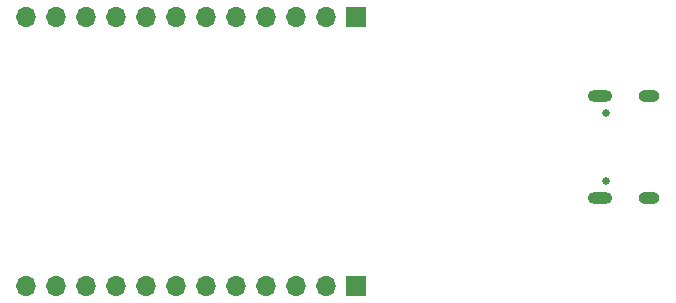
<source format=gbr>
%TF.GenerationSoftware,KiCad,Pcbnew,8.0.1*%
%TF.CreationDate,2024-04-08T01:45:07-04:00*%
%TF.ProjectId,NerdNOS,4e657264-4e4f-4532-9e6b-696361645f70,rev?*%
%TF.SameCoordinates,Original*%
%TF.FileFunction,Soldermask,Bot*%
%TF.FilePolarity,Negative*%
%FSLAX46Y46*%
G04 Gerber Fmt 4.6, Leading zero omitted, Abs format (unit mm)*
G04 Created by KiCad (PCBNEW 8.0.1) date 2024-04-08 01:45:07*
%MOMM*%
%LPD*%
G01*
G04 APERTURE LIST*
%ADD10C,0.650000*%
%ADD11O,2.100000X1.000000*%
%ADD12O,1.800000X1.000000*%
%ADD13R,1.700000X1.700000*%
%ADD14O,1.700000X1.700000*%
G04 APERTURE END LIST*
D10*
%TO.C,J3*%
X137820000Y-68640000D03*
X137820000Y-62860000D03*
D11*
X137320000Y-70070000D03*
D12*
X141500000Y-70070000D03*
D11*
X137320000Y-61430000D03*
D12*
X141500000Y-61430000D03*
%TD*%
D13*
%TO.C,J2*%
X116690000Y-77500000D03*
D14*
X114150000Y-77500000D03*
X111610000Y-77500000D03*
X109070000Y-77500000D03*
X106530000Y-77500000D03*
X103990000Y-77500000D03*
X101450000Y-77500000D03*
X98910000Y-77500000D03*
X96370000Y-77500000D03*
X93830000Y-77500000D03*
X91290000Y-77500000D03*
X88750000Y-77500000D03*
%TD*%
D13*
%TO.C,J1*%
X116690000Y-54750000D03*
D14*
X114150000Y-54750000D03*
X111610000Y-54750000D03*
X109070000Y-54750000D03*
X106530000Y-54750000D03*
X103990000Y-54750000D03*
X101450000Y-54750000D03*
X98910000Y-54750000D03*
X96370000Y-54750000D03*
X93830000Y-54750000D03*
X91290000Y-54750000D03*
X88750000Y-54750000D03*
%TD*%
M02*

</source>
